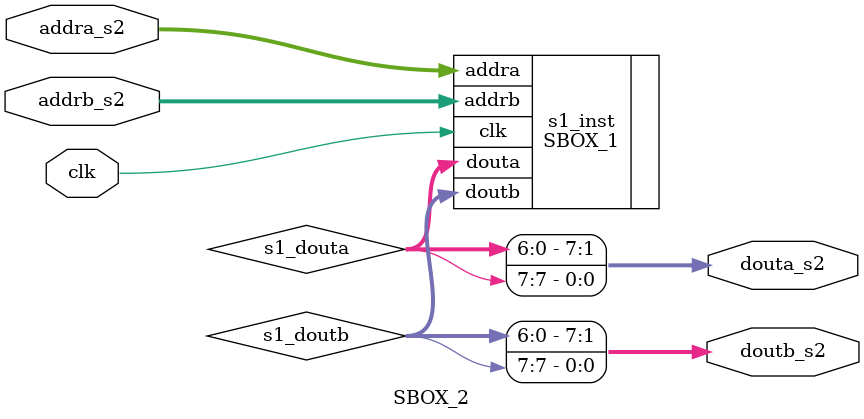
<source format=v>
`timescale 1ns / 1ps


module SBOX_2(
    input wire       clk,               // Clock signal
    input wire [7:0] addra_s2,         // Address for port A
    input wire [7:0] addrb_s2,        // Address for port B
    output wire [7:0] douta_s2,      // Data output for port A
    output wire [7:0] doutb_s2       // Data output for port B
);

    wire [7:0] s1_douta, 
               s1_doutb;
   


    // Instantiate SBOX1
    SBOX_1 s1_inst (
        .clk(clk),                // Clock signal
        .addra(addra_s2),            // Address for port A
        .addrb(addrb_s2),            // Address for port B
        .douta(s1_douta),         // Data output for port A from SBOX1
        .doutb(s1_doutb)          // Data output for port B from SBOX1
    );

  
    // Perform bit rotation on the outputs of SBOX1
    assign douta_s2 = {s1_douta[6:0], s1_douta[7]}; // Rotate left by 1 bit
    assign doutb_s2 = {s1_doutb[6:0], s1_doutb[7]}; // Rotate left by 1 bit

endmodule
</source>
